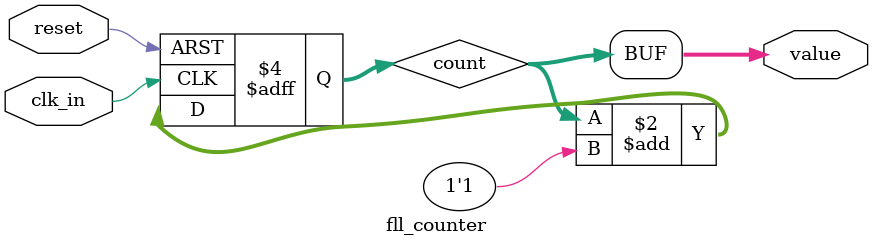
<source format=v>
module fll_counter #( parameter N =32)
(
	input reset ,
	input clk_in ,
	output [N -1:0] value
);
	reg[N -1:0] count = 0;
	always @( posedge clk_in or posedge reset )
	begin
		if ( reset )
			count <= 0;
		else
			count <= count + 1'b1;
	end
	assign value = count ;
endmodule
</source>
